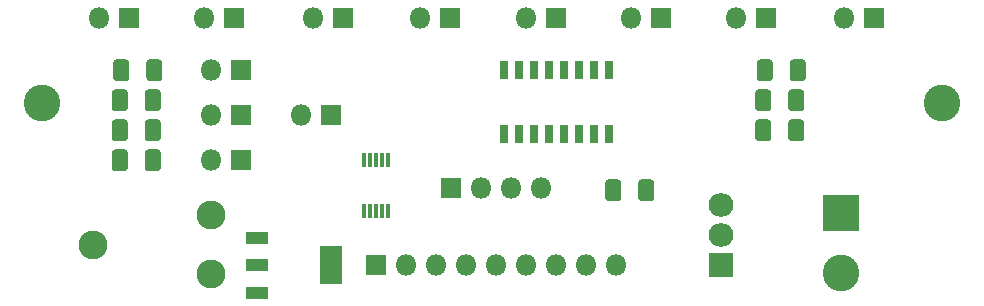
<source format=gbr>
%TF.GenerationSoftware,KiCad,Pcbnew,(5.1.6)-1*%
%TF.CreationDate,2020-11-25T02:59:11+01:00*%
%TF.ProjectId,heater_led_tempSensor_board,68656174-6572-45f6-9c65-645f74656d70,rev?*%
%TF.SameCoordinates,Original*%
%TF.FileFunction,Soldermask,Top*%
%TF.FilePolarity,Negative*%
%FSLAX46Y46*%
G04 Gerber Fmt 4.6, Leading zero omitted, Abs format (unit mm)*
G04 Created by KiCad (PCBNEW (5.1.6)-1) date 2020-11-25 02:59:11*
%MOMM*%
%LPD*%
G01*
G04 APERTURE LIST*
%ADD10O,1.800000X1.800000*%
%ADD11R,1.800000X1.800000*%
%ADD12C,3.100000*%
%ADD13R,3.100000X3.100000*%
%ADD14R,0.750000X1.625000*%
%ADD15R,0.350000X1.200000*%
%ADD16C,2.440000*%
%ADD17O,2.100000X2.005000*%
%ADD18R,2.100000X2.005000*%
%ADD19R,1.850000X3.300000*%
%ADD20R,1.850000X1.050000*%
G04 APERTURE END LIST*
D10*
%TO.C,TH3*%
X110490000Y-101600000D03*
D11*
X113030000Y-101600000D03*
%TD*%
D10*
%TO.C,TH2*%
X110490000Y-105410000D03*
D11*
X113030000Y-105410000D03*
%TD*%
D10*
%TO.C,TH1*%
X118110000Y-101600000D03*
D11*
X120650000Y-101600000D03*
%TD*%
D12*
%TO.C,J3*%
X163830000Y-114935000D03*
D13*
X163830000Y-109855000D03*
%TD*%
%TO.C,C1*%
G36*
G01*
X157895000Y-102215000D02*
X157895000Y-103525000D01*
G75*
G02*
X157625000Y-103795000I-270000J0D01*
G01*
X156815000Y-103795000D01*
G75*
G02*
X156545000Y-103525000I0J270000D01*
G01*
X156545000Y-102215000D01*
G75*
G02*
X156815000Y-101945000I270000J0D01*
G01*
X157625000Y-101945000D01*
G75*
G02*
X157895000Y-102215000I0J-270000D01*
G01*
G37*
G36*
G01*
X160695000Y-102215000D02*
X160695000Y-103525000D01*
G75*
G02*
X160425000Y-103795000I-270000J0D01*
G01*
X159615000Y-103795000D01*
G75*
G02*
X159345000Y-103525000I0J270000D01*
G01*
X159345000Y-102215000D01*
G75*
G02*
X159615000Y-101945000I270000J0D01*
G01*
X160425000Y-101945000D01*
G75*
G02*
X160695000Y-102215000I0J-270000D01*
G01*
G37*
%TD*%
D11*
%TO.C,TH4*%
X113030000Y-97790000D03*
D10*
X110490000Y-97790000D03*
%TD*%
D14*
%TO.C,IC2*%
X144145000Y-103214000D03*
X142875000Y-103214000D03*
X141605000Y-103214000D03*
X140335000Y-103214000D03*
X139065000Y-103214000D03*
X137795000Y-103214000D03*
X136525000Y-103214000D03*
X135255000Y-103214000D03*
X135255000Y-97790000D03*
X136525000Y-97790000D03*
X137795000Y-97790000D03*
X139065000Y-97790000D03*
X140335000Y-97790000D03*
X141605000Y-97790000D03*
X142875000Y-97790000D03*
X144145000Y-97790000D03*
%TD*%
D12*
%TO.C,REF\u002A\u002A*%
X172358637Y-100571805D03*
%TD*%
%TO.C,REF\u002A\u002A*%
X96137415Y-100545203D03*
%TD*%
D15*
%TO.C,U3*%
X123460000Y-105410000D03*
X123960000Y-105410000D03*
X124460000Y-105410000D03*
X124960000Y-105410000D03*
X125460000Y-105410000D03*
X125460000Y-109710000D03*
X124960000Y-109710000D03*
X124460000Y-109710000D03*
X123960000Y-109710000D03*
X123460000Y-109710000D03*
%TD*%
%TO.C,R7*%
G36*
G01*
X159475000Y-98445000D02*
X159475000Y-97135000D01*
G75*
G02*
X159745000Y-96865000I270000J0D01*
G01*
X160555000Y-96865000D01*
G75*
G02*
X160825000Y-97135000I0J-270000D01*
G01*
X160825000Y-98445000D01*
G75*
G02*
X160555000Y-98715000I-270000J0D01*
G01*
X159745000Y-98715000D01*
G75*
G02*
X159475000Y-98445000I0J270000D01*
G01*
G37*
G36*
G01*
X156675000Y-98445000D02*
X156675000Y-97135000D01*
G75*
G02*
X156945000Y-96865000I270000J0D01*
G01*
X157755000Y-96865000D01*
G75*
G02*
X158025000Y-97135000I0J-270000D01*
G01*
X158025000Y-98445000D01*
G75*
G02*
X157755000Y-98715000I-270000J0D01*
G01*
X156945000Y-98715000D01*
G75*
G02*
X156675000Y-98445000I0J270000D01*
G01*
G37*
%TD*%
%TO.C,R6*%
G36*
G01*
X157895000Y-99675000D02*
X157895000Y-100985000D01*
G75*
G02*
X157625000Y-101255000I-270000J0D01*
G01*
X156815000Y-101255000D01*
G75*
G02*
X156545000Y-100985000I0J270000D01*
G01*
X156545000Y-99675000D01*
G75*
G02*
X156815000Y-99405000I270000J0D01*
G01*
X157625000Y-99405000D01*
G75*
G02*
X157895000Y-99675000I0J-270000D01*
G01*
G37*
G36*
G01*
X160695000Y-99675000D02*
X160695000Y-100985000D01*
G75*
G02*
X160425000Y-101255000I-270000J0D01*
G01*
X159615000Y-101255000D01*
G75*
G02*
X159345000Y-100985000I0J270000D01*
G01*
X159345000Y-99675000D01*
G75*
G02*
X159615000Y-99405000I270000J0D01*
G01*
X160425000Y-99405000D01*
G75*
G02*
X160695000Y-99675000I0J-270000D01*
G01*
G37*
%TD*%
%TO.C,R5*%
G36*
G01*
X103545000Y-97135000D02*
X103545000Y-98445000D01*
G75*
G02*
X103275000Y-98715000I-270000J0D01*
G01*
X102465000Y-98715000D01*
G75*
G02*
X102195000Y-98445000I0J270000D01*
G01*
X102195000Y-97135000D01*
G75*
G02*
X102465000Y-96865000I270000J0D01*
G01*
X103275000Y-96865000D01*
G75*
G02*
X103545000Y-97135000I0J-270000D01*
G01*
G37*
G36*
G01*
X106345000Y-97135000D02*
X106345000Y-98445000D01*
G75*
G02*
X106075000Y-98715000I-270000J0D01*
G01*
X105265000Y-98715000D01*
G75*
G02*
X104995000Y-98445000I0J270000D01*
G01*
X104995000Y-97135000D01*
G75*
G02*
X105265000Y-96865000I270000J0D01*
G01*
X106075000Y-96865000D01*
G75*
G02*
X106345000Y-97135000I0J-270000D01*
G01*
G37*
%TD*%
%TO.C,R4*%
G36*
G01*
X103415000Y-99675000D02*
X103415000Y-100985000D01*
G75*
G02*
X103145000Y-101255000I-270000J0D01*
G01*
X102335000Y-101255000D01*
G75*
G02*
X102065000Y-100985000I0J270000D01*
G01*
X102065000Y-99675000D01*
G75*
G02*
X102335000Y-99405000I270000J0D01*
G01*
X103145000Y-99405000D01*
G75*
G02*
X103415000Y-99675000I0J-270000D01*
G01*
G37*
G36*
G01*
X106215000Y-99675000D02*
X106215000Y-100985000D01*
G75*
G02*
X105945000Y-101255000I-270000J0D01*
G01*
X105135000Y-101255000D01*
G75*
G02*
X104865000Y-100985000I0J270000D01*
G01*
X104865000Y-99675000D01*
G75*
G02*
X105135000Y-99405000I270000J0D01*
G01*
X105945000Y-99405000D01*
G75*
G02*
X106215000Y-99675000I0J-270000D01*
G01*
G37*
%TD*%
%TO.C,R3*%
G36*
G01*
X103415000Y-104755000D02*
X103415000Y-106065000D01*
G75*
G02*
X103145000Y-106335000I-270000J0D01*
G01*
X102335000Y-106335000D01*
G75*
G02*
X102065000Y-106065000I0J270000D01*
G01*
X102065000Y-104755000D01*
G75*
G02*
X102335000Y-104485000I270000J0D01*
G01*
X103145000Y-104485000D01*
G75*
G02*
X103415000Y-104755000I0J-270000D01*
G01*
G37*
G36*
G01*
X106215000Y-104755000D02*
X106215000Y-106065000D01*
G75*
G02*
X105945000Y-106335000I-270000J0D01*
G01*
X105135000Y-106335000D01*
G75*
G02*
X104865000Y-106065000I0J270000D01*
G01*
X104865000Y-104755000D01*
G75*
G02*
X105135000Y-104485000I270000J0D01*
G01*
X105945000Y-104485000D01*
G75*
G02*
X106215000Y-104755000I0J-270000D01*
G01*
G37*
%TD*%
%TO.C,R2*%
G36*
G01*
X103415000Y-102215000D02*
X103415000Y-103525000D01*
G75*
G02*
X103145000Y-103795000I-270000J0D01*
G01*
X102335000Y-103795000D01*
G75*
G02*
X102065000Y-103525000I0J270000D01*
G01*
X102065000Y-102215000D01*
G75*
G02*
X102335000Y-101945000I270000J0D01*
G01*
X103145000Y-101945000D01*
G75*
G02*
X103415000Y-102215000I0J-270000D01*
G01*
G37*
G36*
G01*
X106215000Y-102215000D02*
X106215000Y-103525000D01*
G75*
G02*
X105945000Y-103795000I-270000J0D01*
G01*
X105135000Y-103795000D01*
G75*
G02*
X104865000Y-103525000I0J270000D01*
G01*
X104865000Y-102215000D01*
G75*
G02*
X105135000Y-101945000I270000J0D01*
G01*
X105945000Y-101945000D01*
G75*
G02*
X106215000Y-102215000I0J-270000D01*
G01*
G37*
%TD*%
D16*
%TO.C,R1*%
X110490000Y-110061398D03*
X100490000Y-112561398D03*
X110490000Y-115061398D03*
%TD*%
D17*
%TO.C,Q1*%
X153670000Y-109220000D03*
X153670000Y-111760000D03*
D18*
X153670000Y-114300000D03*
%TD*%
D10*
%TO.C,J2*%
X144780000Y-114300000D03*
X142240000Y-114300000D03*
X139700000Y-114300000D03*
X137160000Y-114300000D03*
X134620000Y-114300000D03*
X132080000Y-114300000D03*
X129540000Y-114300000D03*
X127000000Y-114300000D03*
D11*
X124460000Y-114300000D03*
%TD*%
D10*
%TO.C,J1*%
X138399669Y-107788560D03*
X135859669Y-107788560D03*
X133319669Y-107788560D03*
D11*
X130779669Y-107788560D03*
%TD*%
D19*
%TO.C,IC1*%
X120650000Y-114300000D03*
D20*
X114350000Y-116600000D03*
X114350000Y-114300000D03*
X114350000Y-112000000D03*
%TD*%
D10*
%TO.C,D8*%
X164096279Y-93345000D03*
D11*
X166636279Y-93345000D03*
%TD*%
D10*
%TO.C,D7*%
X154940000Y-93345000D03*
D11*
X157480000Y-93345000D03*
%TD*%
D10*
%TO.C,D6*%
X146050000Y-93345000D03*
D11*
X148590000Y-93345000D03*
%TD*%
D10*
%TO.C,D5*%
X137160000Y-93345000D03*
D11*
X139700000Y-93345000D03*
%TD*%
D10*
%TO.C,D4*%
X128164893Y-93338336D03*
D11*
X130704893Y-93338336D03*
%TD*%
D10*
%TO.C,D3*%
X119144844Y-93338336D03*
D11*
X121684844Y-93338336D03*
%TD*%
D10*
%TO.C,D2*%
X109855000Y-93345000D03*
D11*
X112395000Y-93345000D03*
%TD*%
D10*
%TO.C,D1*%
X100965000Y-93345000D03*
D11*
X103505000Y-93345000D03*
%TD*%
%TO.C,C2*%
G36*
G01*
X146645000Y-108605000D02*
X146645000Y-107295000D01*
G75*
G02*
X146915000Y-107025000I270000J0D01*
G01*
X147725000Y-107025000D01*
G75*
G02*
X147995000Y-107295000I0J-270000D01*
G01*
X147995000Y-108605000D01*
G75*
G02*
X147725000Y-108875000I-270000J0D01*
G01*
X146915000Y-108875000D01*
G75*
G02*
X146645000Y-108605000I0J270000D01*
G01*
G37*
G36*
G01*
X143845000Y-108605000D02*
X143845000Y-107295000D01*
G75*
G02*
X144115000Y-107025000I270000J0D01*
G01*
X144925000Y-107025000D01*
G75*
G02*
X145195000Y-107295000I0J-270000D01*
G01*
X145195000Y-108605000D01*
G75*
G02*
X144925000Y-108875000I-270000J0D01*
G01*
X144115000Y-108875000D01*
G75*
G02*
X143845000Y-108605000I0J270000D01*
G01*
G37*
%TD*%
M02*

</source>
